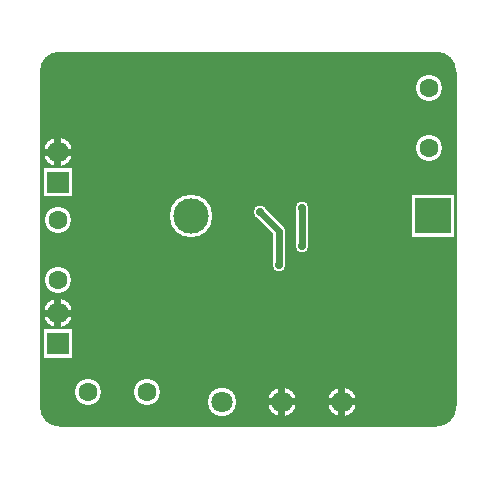
<source format=gbr>
%FSLAX34Y34*%
%MOMM*%
%LNCOPPER_TOP*%
G71*
G01*
%ADD10C,3.600*%
%ADD11C,2.200*%
%ADD12C,2.400*%
%ADD13C,1.100*%
%ADD14C,1.000*%
%ADD15C,0.800*%
%ADD16C,0.600*%
%ADD17C,3.000*%
%ADD18C,1.600*%
%ADD19C,1.800*%
%ADD20C,5.000*%
%ADD21C,0.700*%
%LPD*%
G36*
X0Y0D02*
X400000Y0D01*
X400000Y-400000D01*
X0Y-400000D01*
X0Y0D01*
G37*
%LPC*%
G36*
X338550Y-154750D02*
X374550Y-154750D01*
X374550Y-190750D01*
X338550Y-190750D01*
X338550Y-154750D01*
G37*
X151550Y-172750D02*
G54D10*
D03*
X353375Y-64925D02*
G54D11*
D03*
X353375Y-115725D02*
G54D11*
D03*
X64283Y-321980D02*
G54D11*
D03*
X114283Y-321981D02*
G54D11*
D03*
X39050Y-226850D02*
G54D11*
D03*
X39050Y-176050D02*
G54D11*
D03*
G36*
X27050Y-132300D02*
X51050Y-132300D01*
X51050Y-156300D01*
X27050Y-156300D01*
X27050Y-132300D01*
G37*
X39050Y-118900D02*
G54D12*
D03*
X245425Y-166525D02*
G54D13*
D03*
X245425Y-198275D02*
G54D13*
D03*
G54D14*
X245425Y-198275D02*
X245425Y-166525D01*
X226375Y-214150D02*
G54D13*
D03*
G36*
X27050Y-268825D02*
X51050Y-268825D01*
X51050Y-292825D01*
X27050Y-292825D01*
X27050Y-268825D01*
G37*
X39050Y-255425D02*
G54D12*
D03*
X210500Y-169700D02*
G54D13*
D03*
G54D14*
X210500Y-169700D02*
X226375Y-185575D01*
X226375Y-214150D01*
G54D15*
X40000Y-30000D02*
X360000Y-30000D01*
G54D15*
G75*
G01X40000Y-30000D02*
G03X20000Y-50000I0J-20000D01*
G01*
G54D15*
G75*
G01X380000Y-50000D02*
G03X360000Y-30000I-20000J0D01*
G01*
G54D15*
X20000Y-50000D02*
X20000Y-335000D01*
G54D15*
G75*
G01X20000Y-335000D02*
G03X40000Y-355000I20000J0D01*
G01*
G54D15*
X380000Y-50000D02*
X380000Y-335000D01*
G54D15*
G75*
G01X360000Y-355000D02*
G03X380000Y-335000I0J20000D01*
G01*
G54D15*
X40000Y-355000D02*
X360000Y-355000D01*
G36*
X0Y-355000D02*
X400000Y-355000D01*
X400000Y-400000D01*
X0Y-400000D01*
X0Y-355000D01*
G37*
G54D15*
X0Y-355000D02*
X400000Y-355000D01*
X400000Y-400000D01*
X0Y-400000D01*
X0Y-355000D01*
G36*
X0Y0D02*
X400000Y0D01*
X400000Y-30000D01*
X0Y-30000D01*
X0Y0D01*
G37*
G54D15*
X0Y0D02*
X400000Y0D01*
X400000Y-30000D01*
X0Y-30000D01*
X0Y0D01*
G36*
X380000Y0D02*
X405000Y0D01*
X405000Y-400000D01*
X380000Y-400000D01*
X380000Y0D01*
G37*
G54D15*
X380000Y0D02*
X405000Y0D01*
X405000Y-400000D01*
X380000Y-400000D01*
X380000Y0D01*
G36*
X20000Y-400000D02*
X0Y-400000D01*
X0Y0D01*
X20000Y0D01*
X20000Y-400000D01*
G37*
G54D15*
X20000Y-400000D02*
X0Y-400000D01*
X0Y0D01*
X20000Y0D01*
X20000Y-400000D01*
X279400Y-330200D02*
G54D12*
D03*
X228600Y-330200D02*
G54D12*
D03*
X177800Y-330200D02*
G54D12*
D03*
%LPD*%
G54D16*
G36*
X36050Y-118900D02*
X36050Y-106400D01*
X42050Y-106400D01*
X42050Y-118900D01*
X36050Y-118900D01*
G37*
G36*
X39050Y-115900D02*
X51550Y-115900D01*
X51550Y-121900D01*
X39050Y-121900D01*
X39050Y-115900D01*
G37*
G36*
X42050Y-118900D02*
X42050Y-131400D01*
X36050Y-131400D01*
X36050Y-118900D01*
X42050Y-118900D01*
G37*
G36*
X39050Y-121900D02*
X26550Y-121900D01*
X26550Y-115900D01*
X39050Y-115900D01*
X39050Y-121900D01*
G37*
G54D16*
G36*
X36050Y-255425D02*
X36050Y-242925D01*
X42050Y-242925D01*
X42050Y-255425D01*
X36050Y-255425D01*
G37*
G36*
X39050Y-252425D02*
X51550Y-252425D01*
X51550Y-258425D01*
X39050Y-258425D01*
X39050Y-252425D01*
G37*
G36*
X42050Y-255425D02*
X42050Y-267925D01*
X36050Y-267925D01*
X36050Y-255425D01*
X42050Y-255425D01*
G37*
G36*
X39050Y-258425D02*
X26550Y-258425D01*
X26550Y-252425D01*
X39050Y-252425D01*
X39050Y-258425D01*
G37*
G54D16*
G36*
X276400Y-330200D02*
X276400Y-317700D01*
X282400Y-317700D01*
X282400Y-330200D01*
X276400Y-330200D01*
G37*
G36*
X279400Y-327200D02*
X291900Y-327200D01*
X291900Y-333200D01*
X279400Y-333200D01*
X279400Y-327200D01*
G37*
G36*
X282400Y-330200D02*
X282400Y-342700D01*
X276400Y-342700D01*
X276400Y-330200D01*
X282400Y-330200D01*
G37*
G36*
X279400Y-333200D02*
X266900Y-333200D01*
X266900Y-327200D01*
X279400Y-327200D01*
X279400Y-333200D01*
G37*
G54D16*
G36*
X225600Y-330200D02*
X225600Y-317700D01*
X231600Y-317700D01*
X231600Y-330200D01*
X225600Y-330200D01*
G37*
G36*
X228600Y-327200D02*
X241100Y-327200D01*
X241100Y-333200D01*
X228600Y-333200D01*
X228600Y-327200D01*
G37*
G36*
X231600Y-330200D02*
X231600Y-342700D01*
X225600Y-342700D01*
X225600Y-330200D01*
X231600Y-330200D01*
G37*
G36*
X228600Y-333200D02*
X216100Y-333200D01*
X216100Y-327200D01*
X228600Y-327200D01*
X228600Y-333200D01*
G37*
G36*
X341550Y-157750D02*
X371550Y-157750D01*
X371550Y-187750D01*
X341550Y-187750D01*
X341550Y-157750D01*
G37*
X151550Y-172750D02*
G54D17*
D03*
X353375Y-64925D02*
G54D18*
D03*
X353375Y-115725D02*
G54D18*
D03*
X64283Y-321980D02*
G54D18*
D03*
X114283Y-321981D02*
G54D18*
D03*
X39050Y-226850D02*
G54D18*
D03*
X39050Y-176050D02*
G54D18*
D03*
G36*
X30050Y-135300D02*
X48050Y-135300D01*
X48050Y-153300D01*
X30050Y-153300D01*
X30050Y-135300D01*
G37*
X39050Y-118900D02*
G54D19*
D03*
X54925Y-64925D02*
G54D20*
D03*
X345000Y-320000D02*
G54D20*
D03*
X245425Y-166525D02*
G54D21*
D03*
X245425Y-198275D02*
G54D21*
D03*
G54D16*
X245425Y-198275D02*
X245425Y-166525D01*
X226375Y-214150D02*
G54D21*
D03*
G36*
X30050Y-271825D02*
X48050Y-271825D01*
X48050Y-289825D01*
X30050Y-289825D01*
X30050Y-271825D01*
G37*
X39050Y-255425D02*
G54D19*
D03*
X210500Y-169700D02*
G54D21*
D03*
G54D16*
X210500Y-169700D02*
X226375Y-185575D01*
X226375Y-214150D01*
X207325Y-147475D02*
G54D21*
D03*
X123188Y-134775D02*
G54D21*
D03*
X101600Y-50800D02*
G54D21*
D03*
X127000Y-50800D02*
G54D21*
D03*
X152400Y-50800D02*
G54D21*
D03*
X177800Y-50800D02*
G54D21*
D03*
X203200Y-50800D02*
G54D21*
D03*
X228600Y-50800D02*
G54D21*
D03*
X254000Y-50800D02*
G54D21*
D03*
X279400Y-50800D02*
G54D21*
D03*
X304800Y-50800D02*
G54D21*
D03*
X304800Y-76200D02*
G54D21*
D03*
X279400Y-76200D02*
G54D21*
D03*
X254000Y-76200D02*
G54D21*
D03*
X228600Y-76200D02*
G54D21*
D03*
X152400Y-76200D02*
G54D21*
D03*
X127000Y-76200D02*
G54D21*
D03*
X101600Y-76200D02*
G54D21*
D03*
X304800Y-101600D02*
G54D21*
D03*
X279400Y-101600D02*
G54D21*
D03*
X254000Y-101600D02*
G54D21*
D03*
X304800Y-152400D02*
G54D21*
D03*
X279400Y-152400D02*
G54D21*
D03*
X254000Y-152400D02*
G54D21*
D03*
X330200Y-50800D02*
G54D21*
D03*
X330200Y-76200D02*
G54D21*
D03*
X152400Y-279400D02*
G54D21*
D03*
X101600Y-228600D02*
G54D21*
D03*
X101600Y-254000D02*
G54D21*
D03*
X76200Y-228600D02*
G54D21*
D03*
X304800Y-228600D02*
G54D21*
D03*
X330200Y-228600D02*
G54D21*
D03*
X355600Y-228600D02*
G54D21*
D03*
X355600Y-254000D02*
G54D21*
D03*
X330200Y-254000D02*
G54D21*
D03*
X304800Y-254000D02*
G54D21*
D03*
X279400Y-254000D02*
G54D21*
D03*
X279400Y-279400D02*
G54D21*
D03*
X304800Y-279400D02*
G54D21*
D03*
X330200Y-279400D02*
G54D21*
D03*
X304800Y-304800D02*
G54D21*
D03*
X279400Y-304800D02*
G54D21*
D03*
X254000Y-330200D02*
G54D21*
D03*
X228600Y-304800D02*
G54D21*
D03*
X254000Y-304800D02*
G54D21*
D03*
X203200Y-330200D02*
G54D21*
D03*
X152400Y-304800D02*
G54D21*
D03*
X50800Y-304800D02*
G54D21*
D03*
X355600Y-203200D02*
G54D21*
D03*
X330200Y-152400D02*
G54D21*
D03*
X279400Y-330200D02*
G54D19*
D03*
X228600Y-330200D02*
G54D19*
D03*
X177800Y-330200D02*
G54D19*
D03*
X158750Y-222250D02*
G54D21*
D03*
X158750Y-254000D02*
G54D21*
D03*
X228600Y-279400D02*
G54D21*
D03*
X133350Y-323850D02*
G54D21*
D03*
X127000Y-228600D02*
G54D21*
D03*
X120650Y-247650D02*
G54D21*
D03*
M02*

</source>
